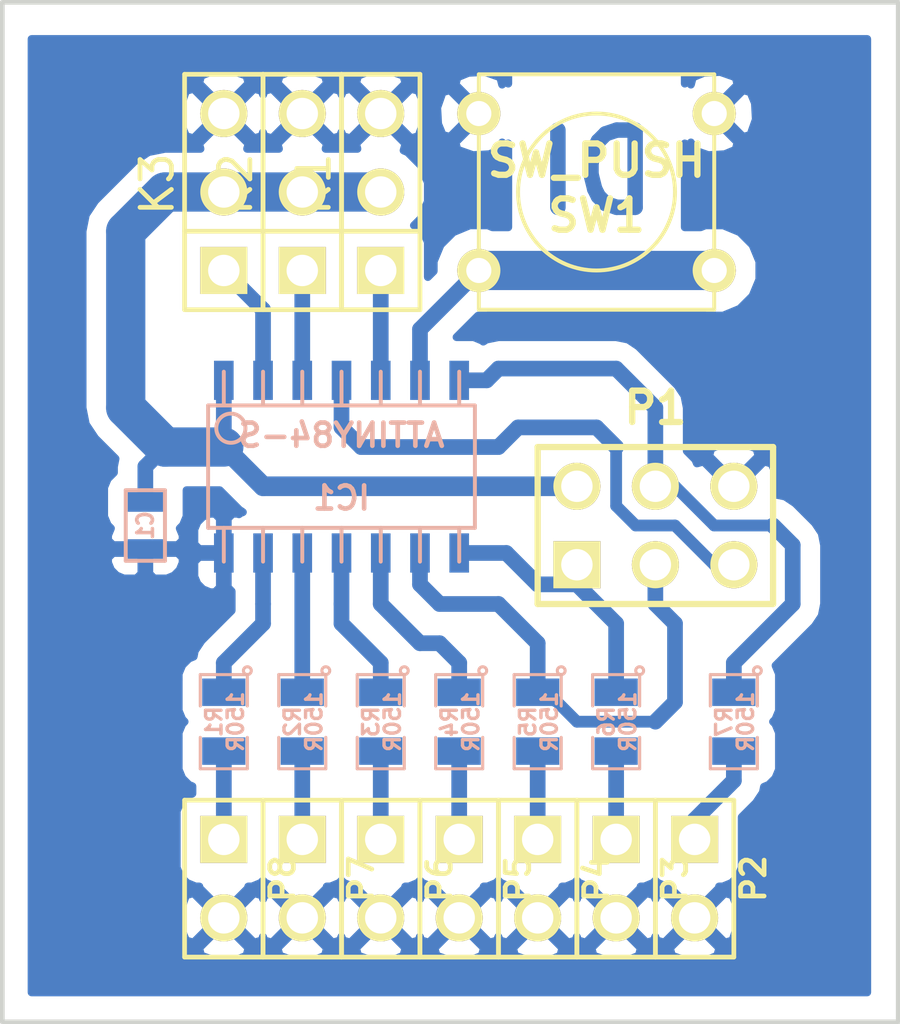
<source format=kicad_pcb>
(kicad_pcb (version 3) (host pcbnew "(2013-jul-07)-stable")

  (general
    (links 42)
    (no_connects 0)
    (area 68.504999 38.024999 330.275001 191.845001)
    (thickness 1.6)
    (drawings 5)
    (tracks 85)
    (zones 0)
    (modules 21)
    (nets 22)
  )

  (page A3)
  (layers
    (15 F.Cu signal)
    (0 B.Cu signal)
    (16 B.Adhes user)
    (17 F.Adhes user)
    (18 B.Paste user)
    (19 F.Paste user)
    (20 B.SilkS user)
    (21 F.SilkS user)
    (22 B.Mask user)
    (23 F.Mask user)
    (24 Dwgs.User user)
    (25 Cmts.User user)
    (26 Eco1.User user)
    (27 Eco2.User user)
    (28 Edge.Cuts user)
  )

  (setup
    (last_trace_width 1.27)
    (user_trace_width 0.381)
    (user_trace_width 0.508)
    (user_trace_width 0.635)
    (user_trace_width 1.27)
    (user_trace_width 2.54)
    (trace_clearance 0.254)
    (zone_clearance 0.635)
    (zone_45_only no)
    (trace_min 0.254)
    (segment_width 0.2)
    (edge_width 0.15)
    (via_size 0.889)
    (via_drill 0.635)
    (via_min_size 0.889)
    (via_min_drill 0.508)
    (uvia_size 0.508)
    (uvia_drill 0.127)
    (uvias_allowed no)
    (uvia_min_size 0.508)
    (uvia_min_drill 0.127)
    (pcb_text_width 0.3)
    (pcb_text_size 1 1)
    (mod_edge_width 0.15)
    (mod_text_size 1 1)
    (mod_text_width 0.15)
    (pad_size 1 1)
    (pad_drill 0.6)
    (pad_to_mask_clearance 0)
    (aux_axis_origin 0 0)
    (visible_elements FFFFFFBF)
    (pcbplotparams
      (layerselection 1)
      (usegerberextensions false)
      (excludeedgelayer false)
      (linewidth 0.150000)
      (plotframeref false)
      (viasonmask false)
      (mode 1)
      (useauxorigin false)
      (hpglpennumber 1)
      (hpglpenspeed 20)
      (hpglpendiameter 15)
      (hpglpenoverlay 2)
      (psnegative false)
      (psa4output false)
      (plotreference true)
      (plotvalue true)
      (plotothertext true)
      (plotinvisibletext false)
      (padsonsilk false)
      (subtractmaskfromsilk false)
      (outputformat 5)
      (mirror false)
      (drillshape 1)
      (scaleselection 1)
      (outputdirectory ""))
  )

  (net 0 "")
  (net 1 +5V)
  (net 2 /MISO)
  (net 3 /MOSI)
  (net 4 /SCK)
  (net 5 GND)
  (net 6 N-0000010)
  (net 7 N-0000011)
  (net 8 N-0000012)
  (net 9 N-0000013)
  (net 10 N-0000014)
  (net 11 N-0000015)
  (net 12 N-0000016)
  (net 13 N-0000017)
  (net 14 N-0000019)
  (net 15 N-000002)
  (net 16 N-000003)
  (net 17 N-000007)
  (net 18 N-000008)
  (net 19 N-000009)
  (net 20 RESET)
  (net 21 button)

  (net_class Default "This is the default net class."
    (clearance 0.254)
    (trace_width 0.254)
    (via_dia 0.889)
    (via_drill 0.635)
    (uvia_dia 0.508)
    (uvia_drill 0.127)
    (add_net "")
    (add_net +5V)
    (add_net /MISO)
    (add_net /MOSI)
    (add_net /SCK)
    (add_net GND)
    (add_net N-0000010)
    (add_net N-0000011)
    (add_net N-0000012)
    (add_net N-0000013)
    (add_net N-0000014)
    (add_net N-0000015)
    (add_net N-0000016)
    (add_net N-0000017)
    (add_net N-0000019)
    (add_net N-000002)
    (add_net N-000003)
    (add_net N-000007)
    (add_net N-000008)
    (add_net N-000009)
    (add_net RESET)
    (add_net button)
  )

  (module so-14 (layer B.Cu) (tedit 48A6BF8F) (tstamp 54797AC6)
    (at 220.98 113.03)
    (descr SO-14)
    (path /5478D24F)
    (fp_text reference IC1 (at 0 1.016) (layer B.SilkS)
      (effects (font (size 0.7493 0.7493) (thickness 0.14986)) (justify mirror))
    )
    (fp_text value ATTINY84-S (at 0 -1.016) (layer B.SilkS)
      (effects (font (size 0.7493 0.7493) (thickness 0.14986)) (justify mirror))
    )
    (fp_line (start -4.318 1.9812) (end -4.318 -1.9812) (layer B.SilkS) (width 0.127))
    (fp_line (start -4.318 -1.9812) (end 4.318 -1.9812) (layer B.SilkS) (width 0.127))
    (fp_line (start 4.318 -1.9812) (end 4.318 1.9812) (layer B.SilkS) (width 0.127))
    (fp_line (start 4.318 1.9812) (end -4.318 1.9812) (layer B.SilkS) (width 0.127))
    (fp_line (start -2.54 1.9812) (end -2.54 3.0734) (layer B.SilkS) (width 0.127))
    (fp_line (start -1.27 1.9812) (end -1.27 3.0734) (layer B.SilkS) (width 0.127))
    (fp_line (start 0 1.9812) (end 0 3.0734) (layer B.SilkS) (width 0.127))
    (fp_line (start -3.81 1.9812) (end -3.81 3.0734) (layer B.SilkS) (width 0.127))
    (fp_line (start 1.27 3.0734) (end 1.27 1.9812) (layer B.SilkS) (width 0.127))
    (fp_line (start 2.54 3.0734) (end 2.54 1.9812) (layer B.SilkS) (width 0.127))
    (fp_line (start 3.81 3.0734) (end 3.81 1.9812) (layer B.SilkS) (width 0.127))
    (fp_line (start 3.81 -1.9812) (end 3.81 -3.0734) (layer B.SilkS) (width 0.127))
    (fp_line (start 2.54 -1.9812) (end 2.54 -3.0734) (layer B.SilkS) (width 0.127))
    (fp_line (start -3.81 -1.9812) (end -3.81 -3.0734) (layer B.SilkS) (width 0.127))
    (fp_line (start -2.54 -3.0734) (end -2.54 -1.9812) (layer B.SilkS) (width 0.127))
    (fp_line (start 1.27 -3.0734) (end 1.27 -1.9812) (layer B.SilkS) (width 0.127))
    (fp_line (start 0 -3.0734) (end 0 -1.9812) (layer B.SilkS) (width 0.127))
    (fp_line (start -1.27 -3.0734) (end -1.27 -1.9812) (layer B.SilkS) (width 0.127))
    (fp_circle (center -3.5814 -1.2446) (end -3.8608 -1.6256) (layer B.SilkS) (width 0.127))
    (pad 1 smd rect (at -3.81 -2.794) (size 0.635 1.27)
      (layers B.Cu B.Paste B.Mask)
      (net 1 +5V)
    )
    (pad 2 smd rect (at -2.54 -2.794) (size 0.635 1.27)
      (layers B.Cu B.Paste B.Mask)
      (net 15 N-000002)
    )
    (pad 3 smd rect (at -1.27 -2.794) (size 0.635 1.27)
      (layers B.Cu B.Paste B.Mask)
      (net 16 N-000003)
    )
    (pad 4 smd rect (at 0 -2.794) (size 0.635 1.27)
      (layers B.Cu B.Paste B.Mask)
      (net 20 RESET)
    )
    (pad 5 smd rect (at 1.27 -2.794) (size 0.635 1.27)
      (layers B.Cu B.Paste B.Mask)
      (net 13 N-0000017)
    )
    (pad 6 smd rect (at 2.54 -2.794) (size 0.635 1.27)
      (layers B.Cu B.Paste B.Mask)
      (net 21 button)
    )
    (pad 7 smd rect (at 3.81 -2.794) (size 0.635 1.27)
      (layers B.Cu B.Paste B.Mask)
      (net 3 /MOSI)
    )
    (pad 8 smd rect (at 3.81 2.794) (size 0.635 1.27)
      (layers B.Cu B.Paste B.Mask)
      (net 2 /MISO)
    )
    (pad 9 smd rect (at 2.54 2.794) (size 0.635 1.27)
      (layers B.Cu B.Paste B.Mask)
      (net 4 /SCK)
    )
    (pad 10 smd rect (at 1.27 2.794) (size 0.635 1.27)
      (layers B.Cu B.Paste B.Mask)
      (net 19 N-000009)
    )
    (pad 11 smd rect (at 0 2.794) (size 0.635 1.27)
      (layers B.Cu B.Paste B.Mask)
      (net 18 N-000008)
    )
    (pad 12 smd rect (at -1.27 2.794) (size 0.635 1.27)
      (layers B.Cu B.Paste B.Mask)
      (net 11 N-0000015)
    )
    (pad 13 smd rect (at -2.54 2.794) (size 0.635 1.27)
      (layers B.Cu B.Paste B.Mask)
      (net 14 N-0000019)
    )
    (pad 14 smd rect (at -3.81 2.794) (size 0.635 1.27)
      (layers B.Cu B.Paste B.Mask)
      (net 5 GND)
    )
    (model smd/smd_dil/so-14.wrl
      (at (xyz 0 0 0))
      (scale (xyz 1 1 1))
      (rotate (xyz 0 0 0))
    )
  )

  (module SM0805   placed (layer B.Cu) (tedit 5091495C) (tstamp 54797AD3)
    (at 217.17 121.285 270)
    (path /5478DE5F)
    (attr smd)
    (fp_text reference R1 (at 0 0.3175 270) (layer B.SilkS)
      (effects (font (size 0.50038 0.50038) (thickness 0.10922)) (justify mirror))
    )
    (fp_text value 150R (at 0 -0.381 270) (layer B.SilkS)
      (effects (font (size 0.50038 0.50038) (thickness 0.10922)) (justify mirror))
    )
    (fp_circle (center -1.651 -0.762) (end -1.651 -0.635) (layer B.SilkS) (width 0.09906))
    (fp_line (start -0.508 -0.762) (end -1.524 -0.762) (layer B.SilkS) (width 0.09906))
    (fp_line (start -1.524 -0.762) (end -1.524 0.762) (layer B.SilkS) (width 0.09906))
    (fp_line (start -1.524 0.762) (end -0.508 0.762) (layer B.SilkS) (width 0.09906))
    (fp_line (start 0.508 0.762) (end 1.524 0.762) (layer B.SilkS) (width 0.09906))
    (fp_line (start 1.524 0.762) (end 1.524 -0.762) (layer B.SilkS) (width 0.09906))
    (fp_line (start 1.524 -0.762) (end 0.508 -0.762) (layer B.SilkS) (width 0.09906))
    (pad 1 smd rect (at -0.9525 0 270) (size 0.889 1.397)
      (layers B.Cu B.Paste B.Mask)
      (net 14 N-0000019)
    )
    (pad 2 smd rect (at 0.9525 0 270) (size 0.889 1.397)
      (layers B.Cu B.Paste B.Mask)
      (net 12 N-0000016)
    )
    (model smd/chip_cms.wrl
      (at (xyz 0 0 0))
      (scale (xyz 0.1 0.1 0.1))
      (rotate (xyz 0 0 0))
    )
  )

  (module SM0805   placed (layer B.Cu) (tedit 5091495C) (tstamp 54797AE0)
    (at 219.71 121.285 270)
    (path /5478DE50)
    (attr smd)
    (fp_text reference R2 (at 0 0.3175 270) (layer B.SilkS)
      (effects (font (size 0.50038 0.50038) (thickness 0.10922)) (justify mirror))
    )
    (fp_text value 150R (at 0 -0.381 270) (layer B.SilkS)
      (effects (font (size 0.50038 0.50038) (thickness 0.10922)) (justify mirror))
    )
    (fp_circle (center -1.651 -0.762) (end -1.651 -0.635) (layer B.SilkS) (width 0.09906))
    (fp_line (start -0.508 -0.762) (end -1.524 -0.762) (layer B.SilkS) (width 0.09906))
    (fp_line (start -1.524 -0.762) (end -1.524 0.762) (layer B.SilkS) (width 0.09906))
    (fp_line (start -1.524 0.762) (end -0.508 0.762) (layer B.SilkS) (width 0.09906))
    (fp_line (start 0.508 0.762) (end 1.524 0.762) (layer B.SilkS) (width 0.09906))
    (fp_line (start 1.524 0.762) (end 1.524 -0.762) (layer B.SilkS) (width 0.09906))
    (fp_line (start 1.524 -0.762) (end 0.508 -0.762) (layer B.SilkS) (width 0.09906))
    (pad 1 smd rect (at -0.9525 0 270) (size 0.889 1.397)
      (layers B.Cu B.Paste B.Mask)
      (net 11 N-0000015)
    )
    (pad 2 smd rect (at 0.9525 0 270) (size 0.889 1.397)
      (layers B.Cu B.Paste B.Mask)
      (net 17 N-000007)
    )
    (model smd/chip_cms.wrl
      (at (xyz 0 0 0))
      (scale (xyz 0.1 0.1 0.1))
      (rotate (xyz 0 0 0))
    )
  )

  (module SM0805 (layer B.Cu) (tedit 5091495C) (tstamp 54797AED)
    (at 222.25 121.285 270)
    (path /5478DE41)
    (attr smd)
    (fp_text reference R3 (at 0 0.3175 270) (layer B.SilkS)
      (effects (font (size 0.50038 0.50038) (thickness 0.10922)) (justify mirror))
    )
    (fp_text value 150R (at 0 -0.381 270) (layer B.SilkS)
      (effects (font (size 0.50038 0.50038) (thickness 0.10922)) (justify mirror))
    )
    (fp_circle (center -1.651 -0.762) (end -1.651 -0.635) (layer B.SilkS) (width 0.09906))
    (fp_line (start -0.508 -0.762) (end -1.524 -0.762) (layer B.SilkS) (width 0.09906))
    (fp_line (start -1.524 -0.762) (end -1.524 0.762) (layer B.SilkS) (width 0.09906))
    (fp_line (start -1.524 0.762) (end -0.508 0.762) (layer B.SilkS) (width 0.09906))
    (fp_line (start 0.508 0.762) (end 1.524 0.762) (layer B.SilkS) (width 0.09906))
    (fp_line (start 1.524 0.762) (end 1.524 -0.762) (layer B.SilkS) (width 0.09906))
    (fp_line (start 1.524 -0.762) (end 0.508 -0.762) (layer B.SilkS) (width 0.09906))
    (pad 1 smd rect (at -0.9525 0 270) (size 0.889 1.397)
      (layers B.Cu B.Paste B.Mask)
      (net 18 N-000008)
    )
    (pad 2 smd rect (at 0.9525 0 270) (size 0.889 1.397)
      (layers B.Cu B.Paste B.Mask)
      (net 10 N-0000014)
    )
    (model smd/chip_cms.wrl
      (at (xyz 0 0 0))
      (scale (xyz 0.1 0.1 0.1))
      (rotate (xyz 0 0 0))
    )
  )

  (module SM0805 (layer B.Cu) (tedit 5091495C) (tstamp 54797AFA)
    (at 224.79 121.285 270)
    (path /5478DE32)
    (attr smd)
    (fp_text reference R4 (at 0 0.3175 270) (layer B.SilkS)
      (effects (font (size 0.50038 0.50038) (thickness 0.10922)) (justify mirror))
    )
    (fp_text value 150R (at 0 -0.381 270) (layer B.SilkS)
      (effects (font (size 0.50038 0.50038) (thickness 0.10922)) (justify mirror))
    )
    (fp_circle (center -1.651 -0.762) (end -1.651 -0.635) (layer B.SilkS) (width 0.09906))
    (fp_line (start -0.508 -0.762) (end -1.524 -0.762) (layer B.SilkS) (width 0.09906))
    (fp_line (start -1.524 -0.762) (end -1.524 0.762) (layer B.SilkS) (width 0.09906))
    (fp_line (start -1.524 0.762) (end -0.508 0.762) (layer B.SilkS) (width 0.09906))
    (fp_line (start 0.508 0.762) (end 1.524 0.762) (layer B.SilkS) (width 0.09906))
    (fp_line (start 1.524 0.762) (end 1.524 -0.762) (layer B.SilkS) (width 0.09906))
    (fp_line (start 1.524 -0.762) (end 0.508 -0.762) (layer B.SilkS) (width 0.09906))
    (pad 1 smd rect (at -0.9525 0 270) (size 0.889 1.397)
      (layers B.Cu B.Paste B.Mask)
      (net 19 N-000009)
    )
    (pad 2 smd rect (at 0.9525 0 270) (size 0.889 1.397)
      (layers B.Cu B.Paste B.Mask)
      (net 9 N-0000013)
    )
    (model smd/chip_cms.wrl
      (at (xyz 0 0 0))
      (scale (xyz 0.1 0.1 0.1))
      (rotate (xyz 0 0 0))
    )
  )

  (module SM0805 (layer B.Cu) (tedit 54797C28) (tstamp 54797B07)
    (at 227.33 121.285 270)
    (path /5478DE23)
    (attr smd)
    (fp_text reference R5 (at 0 0.3175 270) (layer B.SilkS)
      (effects (font (size 0.50038 0.50038) (thickness 0.10922)) (justify mirror))
    )
    (fp_text value 150R (at 0 -0.381 270) (layer B.SilkS)
      (effects (font (size 0.50038 0.50038) (thickness 0.10922)) (justify mirror))
    )
    (fp_circle (center -1.651 -0.762) (end -1.651 -0.635) (layer B.SilkS) (width 0.09906))
    (fp_line (start -0.508 -0.762) (end -1.524 -0.762) (layer B.SilkS) (width 0.09906))
    (fp_line (start -1.524 -0.762) (end -1.524 0.762) (layer B.SilkS) (width 0.09906))
    (fp_line (start -1.524 0.762) (end -0.508 0.762) (layer B.SilkS) (width 0.09906))
    (fp_line (start 0.508 0.762) (end 1.524 0.762) (layer B.SilkS) (width 0.09906))
    (fp_line (start 1.524 0.762) (end 1.524 -0.762) (layer B.SilkS) (width 0.09906))
    (fp_line (start 1.524 -0.762) (end 0.508 -0.762) (layer B.SilkS) (width 0.09906))
    (pad 1 smd rect (at -0.9525 0 270) (size 0.889 1.397)
      (layers B.Cu B.Paste B.Mask)
      (net 4 /SCK)
    )
    (pad 2 smd rect (at 0.9525 0 270) (size 0.889 1.397)
      (layers B.Cu B.Paste B.Mask)
      (net 8 N-0000012)
    )
    (model smd/chip_cms.wrl
      (at (xyz 0 0 0))
      (scale (xyz 0.1 0.1 0.1))
      (rotate (xyz 0 0 0))
    )
  )

  (module SM0805 (layer B.Cu) (tedit 5091495C) (tstamp 54798C24)
    (at 229.87 121.285 270)
    (path /5478DE14)
    (attr smd)
    (fp_text reference R6 (at 0 0.3175 270) (layer B.SilkS)
      (effects (font (size 0.50038 0.50038) (thickness 0.10922)) (justify mirror))
    )
    (fp_text value 150R (at 0 -0.381 270) (layer B.SilkS)
      (effects (font (size 0.50038 0.50038) (thickness 0.10922)) (justify mirror))
    )
    (fp_circle (center -1.651 -0.762) (end -1.651 -0.635) (layer B.SilkS) (width 0.09906))
    (fp_line (start -0.508 -0.762) (end -1.524 -0.762) (layer B.SilkS) (width 0.09906))
    (fp_line (start -1.524 -0.762) (end -1.524 0.762) (layer B.SilkS) (width 0.09906))
    (fp_line (start -1.524 0.762) (end -0.508 0.762) (layer B.SilkS) (width 0.09906))
    (fp_line (start 0.508 0.762) (end 1.524 0.762) (layer B.SilkS) (width 0.09906))
    (fp_line (start 1.524 0.762) (end 1.524 -0.762) (layer B.SilkS) (width 0.09906))
    (fp_line (start 1.524 -0.762) (end 0.508 -0.762) (layer B.SilkS) (width 0.09906))
    (pad 1 smd rect (at -0.9525 0 270) (size 0.889 1.397)
      (layers B.Cu B.Paste B.Mask)
      (net 2 /MISO)
    )
    (pad 2 smd rect (at 0.9525 0 270) (size 0.889 1.397)
      (layers B.Cu B.Paste B.Mask)
      (net 7 N-0000011)
    )
    (model smd/chip_cms.wrl
      (at (xyz 0 0 0))
      (scale (xyz 0.1 0.1 0.1))
      (rotate (xyz 0 0 0))
    )
  )

  (module SM0805 (layer B.Cu) (tedit 5091495C) (tstamp 54797B21)
    (at 233.68 121.285 270)
    (path /5478DDDA)
    (attr smd)
    (fp_text reference R7 (at 0 0.3175 270) (layer B.SilkS)
      (effects (font (size 0.50038 0.50038) (thickness 0.10922)) (justify mirror))
    )
    (fp_text value 150R (at 0 -0.381 270) (layer B.SilkS)
      (effects (font (size 0.50038 0.50038) (thickness 0.10922)) (justify mirror))
    )
    (fp_circle (center -1.651 -0.762) (end -1.651 -0.635) (layer B.SilkS) (width 0.09906))
    (fp_line (start -0.508 -0.762) (end -1.524 -0.762) (layer B.SilkS) (width 0.09906))
    (fp_line (start -1.524 -0.762) (end -1.524 0.762) (layer B.SilkS) (width 0.09906))
    (fp_line (start -1.524 0.762) (end -0.508 0.762) (layer B.SilkS) (width 0.09906))
    (fp_line (start 0.508 0.762) (end 1.524 0.762) (layer B.SilkS) (width 0.09906))
    (fp_line (start 1.524 0.762) (end 1.524 -0.762) (layer B.SilkS) (width 0.09906))
    (fp_line (start 1.524 -0.762) (end 0.508 -0.762) (layer B.SilkS) (width 0.09906))
    (pad 1 smd rect (at -0.9525 0 270) (size 0.889 1.397)
      (layers B.Cu B.Paste B.Mask)
      (net 3 /MOSI)
    )
    (pad 2 smd rect (at 0.9525 0 270) (size 0.889 1.397)
      (layers B.Cu B.Paste B.Mask)
      (net 6 N-0000010)
    )
    (model smd/chip_cms.wrl
      (at (xyz 0 0 0))
      (scale (xyz 0.1 0.1 0.1))
      (rotate (xyz 0 0 0))
    )
  )

  (module pin_array_3x2   placed (layer F.Cu) (tedit 42931587) (tstamp 54797B2F)
    (at 231.14 114.935)
    (descr "Double rangee de contacts 2 x 4 pins")
    (tags CONN)
    (path /5478D942)
    (fp_text reference P1 (at 0 -3.81) (layer F.SilkS)
      (effects (font (size 1.016 1.016) (thickness 0.2032)))
    )
    (fp_text value CONN_3X2 (at 0 3.81) (layer F.SilkS) hide
      (effects (font (size 1.016 1.016) (thickness 0.2032)))
    )
    (fp_line (start 3.81 2.54) (end -3.81 2.54) (layer F.SilkS) (width 0.2032))
    (fp_line (start -3.81 -2.54) (end 3.81 -2.54) (layer F.SilkS) (width 0.2032))
    (fp_line (start 3.81 -2.54) (end 3.81 2.54) (layer F.SilkS) (width 0.2032))
    (fp_line (start -3.81 2.54) (end -3.81 -2.54) (layer F.SilkS) (width 0.2032))
    (pad 1 thru_hole rect (at -2.54 1.27) (size 1.524 1.524) (drill 1.016)
      (layers *.Cu *.Mask F.SilkS)
      (net 2 /MISO)
    )
    (pad 2 thru_hole circle (at -2.54 -1.27) (size 1.524 1.524) (drill 1.016)
      (layers *.Cu *.Mask F.SilkS)
      (net 1 +5V)
    )
    (pad 3 thru_hole circle (at 0 1.27) (size 1.524 1.524) (drill 1.016)
      (layers *.Cu *.Mask F.SilkS)
      (net 4 /SCK)
    )
    (pad 4 thru_hole circle (at 0 -1.27) (size 1.524 1.524) (drill 1.016)
      (layers *.Cu *.Mask F.SilkS)
      (net 3 /MOSI)
    )
    (pad 5 thru_hole circle (at 2.54 1.27) (size 1.524 1.524) (drill 1.016)
      (layers *.Cu *.Mask F.SilkS)
      (net 20 RESET)
    )
    (pad 6 thru_hole circle (at 2.54 -1.27) (size 1.524 1.524) (drill 1.016)
      (layers *.Cu *.Mask F.SilkS)
      (net 5 GND)
    )
    (model pin_array/pins_array_3x2.wrl
      (at (xyz 0 0 0))
      (scale (xyz 1 1 1))
      (rotate (xyz 0 0 0))
    )
  )

  (module PIN_ARRAY_3X1   placed (layer F.Cu) (tedit 4C1130E0) (tstamp 54797B3B)
    (at 222.25 104.14 90)
    (descr "Connecteur 3 pins")
    (tags "CONN DEV")
    (path /5478D28A)
    (fp_text reference K1 (at 0.254 -2.159 90) (layer F.SilkS)
      (effects (font (size 1.016 1.016) (thickness 0.1524)))
    )
    (fp_text value CONN_3 (at 0 -2.159 90) (layer F.SilkS) hide
      (effects (font (size 1.016 1.016) (thickness 0.1524)))
    )
    (fp_line (start -3.81 1.27) (end -3.81 -1.27) (layer F.SilkS) (width 0.1524))
    (fp_line (start -3.81 -1.27) (end 3.81 -1.27) (layer F.SilkS) (width 0.1524))
    (fp_line (start 3.81 -1.27) (end 3.81 1.27) (layer F.SilkS) (width 0.1524))
    (fp_line (start 3.81 1.27) (end -3.81 1.27) (layer F.SilkS) (width 0.1524))
    (fp_line (start -1.27 -1.27) (end -1.27 1.27) (layer F.SilkS) (width 0.1524))
    (pad 1 thru_hole rect (at -2.54 0 90) (size 1.524 1.524) (drill 1.016)
      (layers *.Cu *.Mask F.SilkS)
      (net 13 N-0000017)
    )
    (pad 2 thru_hole circle (at 0 0 90) (size 1.524 1.524) (drill 1.016)
      (layers *.Cu *.Mask F.SilkS)
      (net 1 +5V)
    )
    (pad 3 thru_hole circle (at 2.54 0 90) (size 1.524 1.524) (drill 1.016)
      (layers *.Cu *.Mask F.SilkS)
      (net 5 GND)
    )
    (model pin_array/pins_array_3x1.wrl
      (at (xyz 0 0 0))
      (scale (xyz 1 1 1))
      (rotate (xyz 0 0 0))
    )
  )

  (module PIN_ARRAY_3X1 (layer F.Cu) (tedit 4C1130E0) (tstamp 54797B47)
    (at 217.17 104.14 90)
    (descr "Connecteur 3 pins")
    (tags "CONN DEV")
    (path /5478D4D0)
    (fp_text reference K3 (at 0.254 -2.159 90) (layer F.SilkS)
      (effects (font (size 1.016 1.016) (thickness 0.1524)))
    )
    (fp_text value CONN_3 (at 0 -2.159 90) (layer F.SilkS) hide
      (effects (font (size 1.016 1.016) (thickness 0.1524)))
    )
    (fp_line (start -3.81 1.27) (end -3.81 -1.27) (layer F.SilkS) (width 0.1524))
    (fp_line (start -3.81 -1.27) (end 3.81 -1.27) (layer F.SilkS) (width 0.1524))
    (fp_line (start 3.81 -1.27) (end 3.81 1.27) (layer F.SilkS) (width 0.1524))
    (fp_line (start 3.81 1.27) (end -3.81 1.27) (layer F.SilkS) (width 0.1524))
    (fp_line (start -1.27 -1.27) (end -1.27 1.27) (layer F.SilkS) (width 0.1524))
    (pad 1 thru_hole rect (at -2.54 0 90) (size 1.524 1.524) (drill 1.016)
      (layers *.Cu *.Mask F.SilkS)
      (net 15 N-000002)
    )
    (pad 2 thru_hole circle (at 0 0 90) (size 1.524 1.524) (drill 1.016)
      (layers *.Cu *.Mask F.SilkS)
      (net 1 +5V)
    )
    (pad 3 thru_hole circle (at 2.54 0 90) (size 1.524 1.524) (drill 1.016)
      (layers *.Cu *.Mask F.SilkS)
      (net 5 GND)
    )
    (model pin_array/pins_array_3x1.wrl
      (at (xyz 0 0 0))
      (scale (xyz 1 1 1))
      (rotate (xyz 0 0 0))
    )
  )

  (module PIN_ARRAY_3X1 (layer F.Cu) (tedit 4C1130E0) (tstamp 54797B53)
    (at 219.71 104.14 90)
    (descr "Connecteur 3 pins")
    (tags "CONN DEV")
    (path /5478D49E)
    (fp_text reference K2 (at 0.254 -2.159 90) (layer F.SilkS)
      (effects (font (size 1.016 1.016) (thickness 0.1524)))
    )
    (fp_text value CONN_3 (at 0 -2.159 90) (layer F.SilkS) hide
      (effects (font (size 1.016 1.016) (thickness 0.1524)))
    )
    (fp_line (start -3.81 1.27) (end -3.81 -1.27) (layer F.SilkS) (width 0.1524))
    (fp_line (start -3.81 -1.27) (end 3.81 -1.27) (layer F.SilkS) (width 0.1524))
    (fp_line (start 3.81 -1.27) (end 3.81 1.27) (layer F.SilkS) (width 0.1524))
    (fp_line (start 3.81 1.27) (end -3.81 1.27) (layer F.SilkS) (width 0.1524))
    (fp_line (start -1.27 -1.27) (end -1.27 1.27) (layer F.SilkS) (width 0.1524))
    (pad 1 thru_hole rect (at -2.54 0 90) (size 1.524 1.524) (drill 1.016)
      (layers *.Cu *.Mask F.SilkS)
      (net 16 N-000003)
    )
    (pad 2 thru_hole circle (at 0 0 90) (size 1.524 1.524) (drill 1.016)
      (layers *.Cu *.Mask F.SilkS)
      (net 1 +5V)
    )
    (pad 3 thru_hole circle (at 2.54 0 90) (size 1.524 1.524) (drill 1.016)
      (layers *.Cu *.Mask F.SilkS)
      (net 5 GND)
    )
    (model pin_array/pins_array_3x1.wrl
      (at (xyz 0 0 0))
      (scale (xyz 1 1 1))
      (rotate (xyz 0 0 0))
    )
  )

  (module PIN_ARRAY_2X1 (layer F.Cu) (tedit 4565C520) (tstamp 54797B5D)
    (at 217.17 126.365 270)
    (descr "Connecteurs 2 pins")
    (tags "CONN DEV")
    (path /5478D6D1)
    (fp_text reference P8 (at 0 -1.905 270) (layer F.SilkS)
      (effects (font (size 0.762 0.762) (thickness 0.1524)))
    )
    (fp_text value CONN_2 (at 0 -1.905 270) (layer F.SilkS) hide
      (effects (font (size 0.762 0.762) (thickness 0.1524)))
    )
    (fp_line (start -2.54 1.27) (end -2.54 -1.27) (layer F.SilkS) (width 0.1524))
    (fp_line (start -2.54 -1.27) (end 2.54 -1.27) (layer F.SilkS) (width 0.1524))
    (fp_line (start 2.54 -1.27) (end 2.54 1.27) (layer F.SilkS) (width 0.1524))
    (fp_line (start 2.54 1.27) (end -2.54 1.27) (layer F.SilkS) (width 0.1524))
    (pad 1 thru_hole rect (at -1.27 0 270) (size 1.524 1.524) (drill 1.016)
      (layers *.Cu *.Mask F.SilkS)
      (net 12 N-0000016)
    )
    (pad 2 thru_hole circle (at 1.27 0 270) (size 1.524 1.524) (drill 1.016)
      (layers *.Cu *.Mask F.SilkS)
      (net 5 GND)
    )
    (model pin_array/pins_array_2x1.wrl
      (at (xyz 0 0 0))
      (scale (xyz 1 1 1))
      (rotate (xyz 0 0 0))
    )
  )

  (module PIN_ARRAY_2X1 (layer F.Cu) (tedit 4565C520) (tstamp 54797B67)
    (at 219.71 126.365 270)
    (descr "Connecteurs 2 pins")
    (tags "CONN DEV")
    (path /5478D69E)
    (fp_text reference P7 (at 0 -1.905 270) (layer F.SilkS)
      (effects (font (size 0.762 0.762) (thickness 0.1524)))
    )
    (fp_text value CONN_2 (at 0 -1.905 270) (layer F.SilkS) hide
      (effects (font (size 0.762 0.762) (thickness 0.1524)))
    )
    (fp_line (start -2.54 1.27) (end -2.54 -1.27) (layer F.SilkS) (width 0.1524))
    (fp_line (start -2.54 -1.27) (end 2.54 -1.27) (layer F.SilkS) (width 0.1524))
    (fp_line (start 2.54 -1.27) (end 2.54 1.27) (layer F.SilkS) (width 0.1524))
    (fp_line (start 2.54 1.27) (end -2.54 1.27) (layer F.SilkS) (width 0.1524))
    (pad 1 thru_hole rect (at -1.27 0 270) (size 1.524 1.524) (drill 1.016)
      (layers *.Cu *.Mask F.SilkS)
      (net 17 N-000007)
    )
    (pad 2 thru_hole circle (at 1.27 0 270) (size 1.524 1.524) (drill 1.016)
      (layers *.Cu *.Mask F.SilkS)
      (net 5 GND)
    )
    (model pin_array/pins_array_2x1.wrl
      (at (xyz 0 0 0))
      (scale (xyz 1 1 1))
      (rotate (xyz 0 0 0))
    )
  )

  (module PIN_ARRAY_2X1 (layer F.Cu) (tedit 4565C520) (tstamp 54797B71)
    (at 222.25 126.365 270)
    (descr "Connecteurs 2 pins")
    (tags "CONN DEV")
    (path /5478D64C)
    (fp_text reference P6 (at 0 -1.905 270) (layer F.SilkS)
      (effects (font (size 0.762 0.762) (thickness 0.1524)))
    )
    (fp_text value CONN_2 (at 0 -1.905 270) (layer F.SilkS) hide
      (effects (font (size 0.762 0.762) (thickness 0.1524)))
    )
    (fp_line (start -2.54 1.27) (end -2.54 -1.27) (layer F.SilkS) (width 0.1524))
    (fp_line (start -2.54 -1.27) (end 2.54 -1.27) (layer F.SilkS) (width 0.1524))
    (fp_line (start 2.54 -1.27) (end 2.54 1.27) (layer F.SilkS) (width 0.1524))
    (fp_line (start 2.54 1.27) (end -2.54 1.27) (layer F.SilkS) (width 0.1524))
    (pad 1 thru_hole rect (at -1.27 0 270) (size 1.524 1.524) (drill 1.016)
      (layers *.Cu *.Mask F.SilkS)
      (net 10 N-0000014)
    )
    (pad 2 thru_hole circle (at 1.27 0 270) (size 1.524 1.524) (drill 1.016)
      (layers *.Cu *.Mask F.SilkS)
      (net 5 GND)
    )
    (model pin_array/pins_array_2x1.wrl
      (at (xyz 0 0 0))
      (scale (xyz 1 1 1))
      (rotate (xyz 0 0 0))
    )
  )

  (module PIN_ARRAY_2X1 (layer F.Cu) (tedit 4565C520) (tstamp 54797B7B)
    (at 224.79 126.365 270)
    (descr "Connecteurs 2 pins")
    (tags "CONN DEV")
    (path /5478D61F)
    (fp_text reference P5 (at 0 -1.905 270) (layer F.SilkS)
      (effects (font (size 0.762 0.762) (thickness 0.1524)))
    )
    (fp_text value CONN_2 (at 0 -1.905 270) (layer F.SilkS) hide
      (effects (font (size 0.762 0.762) (thickness 0.1524)))
    )
    (fp_line (start -2.54 1.27) (end -2.54 -1.27) (layer F.SilkS) (width 0.1524))
    (fp_line (start -2.54 -1.27) (end 2.54 -1.27) (layer F.SilkS) (width 0.1524))
    (fp_line (start 2.54 -1.27) (end 2.54 1.27) (layer F.SilkS) (width 0.1524))
    (fp_line (start 2.54 1.27) (end -2.54 1.27) (layer F.SilkS) (width 0.1524))
    (pad 1 thru_hole rect (at -1.27 0 270) (size 1.524 1.524) (drill 1.016)
      (layers *.Cu *.Mask F.SilkS)
      (net 9 N-0000013)
    )
    (pad 2 thru_hole circle (at 1.27 0 270) (size 1.524 1.524) (drill 1.016)
      (layers *.Cu *.Mask F.SilkS)
      (net 5 GND)
    )
    (model pin_array/pins_array_2x1.wrl
      (at (xyz 0 0 0))
      (scale (xyz 1 1 1))
      (rotate (xyz 0 0 0))
    )
  )

  (module PIN_ARRAY_2X1 (layer F.Cu) (tedit 4565C520) (tstamp 54797B85)
    (at 227.33 126.365 270)
    (descr "Connecteurs 2 pins")
    (tags "CONN DEV")
    (path /5478D5F5)
    (fp_text reference P4 (at 0 -1.905 270) (layer F.SilkS)
      (effects (font (size 0.762 0.762) (thickness 0.1524)))
    )
    (fp_text value CONN_2 (at 0 -1.905 270) (layer F.SilkS) hide
      (effects (font (size 0.762 0.762) (thickness 0.1524)))
    )
    (fp_line (start -2.54 1.27) (end -2.54 -1.27) (layer F.SilkS) (width 0.1524))
    (fp_line (start -2.54 -1.27) (end 2.54 -1.27) (layer F.SilkS) (width 0.1524))
    (fp_line (start 2.54 -1.27) (end 2.54 1.27) (layer F.SilkS) (width 0.1524))
    (fp_line (start 2.54 1.27) (end -2.54 1.27) (layer F.SilkS) (width 0.1524))
    (pad 1 thru_hole rect (at -1.27 0 270) (size 1.524 1.524) (drill 1.016)
      (layers *.Cu *.Mask F.SilkS)
      (net 8 N-0000012)
    )
    (pad 2 thru_hole circle (at 1.27 0 270) (size 1.524 1.524) (drill 1.016)
      (layers *.Cu *.Mask F.SilkS)
      (net 5 GND)
    )
    (model pin_array/pins_array_2x1.wrl
      (at (xyz 0 0 0))
      (scale (xyz 1 1 1))
      (rotate (xyz 0 0 0))
    )
  )

  (module PIN_ARRAY_2X1 (layer F.Cu) (tedit 4565C520) (tstamp 54797B8F)
    (at 229.87 126.365 270)
    (descr "Connecteurs 2 pins")
    (tags "CONN DEV")
    (path /5478D5CE)
    (fp_text reference P3 (at 0 -1.905 270) (layer F.SilkS)
      (effects (font (size 0.762 0.762) (thickness 0.1524)))
    )
    (fp_text value CONN_2 (at 0 -1.905 270) (layer F.SilkS) hide
      (effects (font (size 0.762 0.762) (thickness 0.1524)))
    )
    (fp_line (start -2.54 1.27) (end -2.54 -1.27) (layer F.SilkS) (width 0.1524))
    (fp_line (start -2.54 -1.27) (end 2.54 -1.27) (layer F.SilkS) (width 0.1524))
    (fp_line (start 2.54 -1.27) (end 2.54 1.27) (layer F.SilkS) (width 0.1524))
    (fp_line (start 2.54 1.27) (end -2.54 1.27) (layer F.SilkS) (width 0.1524))
    (pad 1 thru_hole rect (at -1.27 0 270) (size 1.524 1.524) (drill 1.016)
      (layers *.Cu *.Mask F.SilkS)
      (net 7 N-0000011)
    )
    (pad 2 thru_hole circle (at 1.27 0 270) (size 1.524 1.524) (drill 1.016)
      (layers *.Cu *.Mask F.SilkS)
      (net 5 GND)
    )
    (model pin_array/pins_array_2x1.wrl
      (at (xyz 0 0 0))
      (scale (xyz 1 1 1))
      (rotate (xyz 0 0 0))
    )
  )

  (module PIN_ARRAY_2X1 (layer F.Cu) (tedit 4565C520) (tstamp 54797B99)
    (at 232.41 126.365 270)
    (descr "Connecteurs 2 pins")
    (tags "CONN DEV")
    (path /5478D54D)
    (fp_text reference P2 (at 0 -1.905 270) (layer F.SilkS)
      (effects (font (size 0.762 0.762) (thickness 0.1524)))
    )
    (fp_text value CONN_2 (at 0 -1.905 270) (layer F.SilkS) hide
      (effects (font (size 0.762 0.762) (thickness 0.1524)))
    )
    (fp_line (start -2.54 1.27) (end -2.54 -1.27) (layer F.SilkS) (width 0.1524))
    (fp_line (start -2.54 -1.27) (end 2.54 -1.27) (layer F.SilkS) (width 0.1524))
    (fp_line (start 2.54 -1.27) (end 2.54 1.27) (layer F.SilkS) (width 0.1524))
    (fp_line (start 2.54 1.27) (end -2.54 1.27) (layer F.SilkS) (width 0.1524))
    (pad 1 thru_hole rect (at -1.27 0 270) (size 1.524 1.524) (drill 1.016)
      (layers *.Cu *.Mask F.SilkS)
      (net 6 N-0000010)
    )
    (pad 2 thru_hole circle (at 1.27 0 270) (size 1.524 1.524) (drill 1.016)
      (layers *.Cu *.Mask F.SilkS)
      (net 5 GND)
    )
    (model pin_array/pins_array_2x1.wrl
      (at (xyz 0 0 0))
      (scale (xyz 1 1 1))
      (rotate (xyz 0 0 0))
    )
  )

  (module SM0603 (layer B.Cu) (tedit 54798EC1) (tstamp 54798EA6)
    (at 214.63 114.935 270)
    (path /54798E44)
    (attr smd)
    (fp_text reference C1 (at 0 0 270) (layer B.SilkS)
      (effects (font (size 0.508 0.4572) (thickness 0.1143)) (justify mirror))
    )
    (fp_text value C (at 0 0 270) (layer B.SilkS) hide
      (effects (font (size 0.508 0.4572) (thickness 0.1143)) (justify mirror))
    )
    (fp_line (start -1.143 0.635) (end 1.143 0.635) (layer B.SilkS) (width 0.127))
    (fp_line (start 1.143 0.635) (end 1.143 -0.635) (layer B.SilkS) (width 0.127))
    (fp_line (start 1.143 -0.635) (end -1.143 -0.635) (layer B.SilkS) (width 0.127))
    (fp_line (start -1.143 -0.635) (end -1.143 0.635) (layer B.SilkS) (width 0.127))
    (pad 1 smd rect (at -0.762 0 270) (size 0.635 1.143)
      (layers B.Cu B.Paste B.Mask)
      (net 1 +5V)
    )
    (pad 2 smd rect (at 0.762 0 270) (size 0.635 1.143)
      (layers B.Cu B.Paste B.Mask)
      (net 5 GND)
    )
    (model smd\resistors\R0603.wrl
      (at (xyz 0 0 0.001))
      (scale (xyz 0.5 0.5 0.5))
      (rotate (xyz 0 0 0))
    )
  )

  (module SW_PUSH_SMALL (layer F.Cu) (tedit 46544DB3) (tstamp 54797AA1)
    (at 229.235 104.14 180)
    (path /5478D757)
    (fp_text reference SW1 (at 0 -0.762 180) (layer F.SilkS)
      (effects (font (size 1.016 1.016) (thickness 0.2032)))
    )
    (fp_text value SW_PUSH (at 0 1.016 180) (layer F.SilkS)
      (effects (font (size 1.016 1.016) (thickness 0.2032)))
    )
    (fp_circle (center 0 0) (end 0 -2.54) (layer F.SilkS) (width 0.127))
    (fp_line (start -3.81 -3.81) (end 3.81 -3.81) (layer F.SilkS) (width 0.127))
    (fp_line (start 3.81 -3.81) (end 3.81 3.81) (layer F.SilkS) (width 0.127))
    (fp_line (start 3.81 3.81) (end -3.81 3.81) (layer F.SilkS) (width 0.127))
    (fp_line (start -3.81 -3.81) (end -3.81 3.81) (layer F.SilkS) (width 0.127))
    (pad 1 thru_hole circle (at 3.81 -2.54 180) (size 1.397 1.397) (drill 0.8128)
      (layers *.Cu *.Mask F.SilkS)
      (net 21 button)
    )
    (pad 2 thru_hole circle (at 3.81 2.54 180) (size 1.397 1.397) (drill 0.8128)
      (layers *.Cu *.Mask F.SilkS)
      (net 5 GND)
    )
    (pad 1 thru_hole circle (at -3.81 -2.54 180) (size 1.397 1.397) (drill 0.8128)
      (layers *.Cu *.Mask F.SilkS)
      (net 21 button)
    )
    (pad 2 thru_hole circle (at -3.81 2.54 180) (size 1.397 1.397) (drill 0.8128)
      (layers *.Cu *.Mask F.SilkS)
      (net 5 GND)
    )
  )

  (gr_line (start 210 131) (end 210 98) (angle 90) (layer Edge.Cuts) (width 0.15))
  (gr_line (start 239 131) (end 210 131) (angle 90) (layer Edge.Cuts) (width 0.15))
  (gr_line (start 239 98) (end 239 131) (angle 90) (layer Edge.Cuts) (width 0.15))
  (gr_line (start 210 98) (end 239 98) (angle 90) (layer Edge.Cuts) (width 0.15))
  (gr_text DI (at 229.235 103.505) (layer B.Cu)
    (effects (font (size 2.5 2.5) (thickness 0.5)) (justify mirror))
  )

  (segment (start 228.6 113.665) (end 218.44 113.665) (width 0.635) (layer B.Cu) (net 1))
  (segment (start 218.44 113.665) (end 217.17 112.395) (width 0.635) (layer B.Cu) (net 1) (tstamp 54798FA5))
  (segment (start 217.17 110.236) (end 217.17 112.395) (width 0.508) (layer B.Cu) (net 1))
  (segment (start 217.17 112.395) (end 215.265 112.395) (width 1.27) (layer B.Cu) (net 1))
  (segment (start 214.63 114.173) (end 214.63 113.03) (width 0.508) (layer B.Cu) (net 1) (status 10))
  (segment (start 214.63 113.03) (end 215.265 112.395) (width 0.508) (layer B.Cu) (net 1) (tstamp 54798F3D))
  (segment (start 213.995 105.41) (end 213.995 111.125) (width 1.27) (layer B.Cu) (net 1))
  (segment (start 215.265 104.14) (end 213.995 105.41) (width 1.27) (layer B.Cu) (net 1) (tstamp 54798F1F))
  (segment (start 217.17 104.14) (end 215.265 104.14) (width 1.27) (layer B.Cu) (net 1) (status 10))
  (segment (start 215.265 112.395) (end 215.265 112.395) (width 1.27) (layer B.Cu) (net 1) (tstamp 54798F23))
  (segment (start 213.995 111.125) (end 215.265 112.395) (width 1.27) (layer B.Cu) (net 1) (tstamp 54798F22))
  (segment (start 219.71 104.14) (end 217.17 104.14) (width 1.27) (layer B.Cu) (net 1) (status 20))
  (segment (start 222.25 104.14) (end 219.71 104.14) (width 1.27) (layer B.Cu) (net 1) (status 20))
  (segment (start 229.87 120.3325) (end 229.87 118.11) (width 0.508) (layer B.Cu) (net 2) (status 10))
  (segment (start 229.87 118.11) (end 228.6 116.84) (width 0.508) (layer B.Cu) (net 2) (tstamp 54798B1C))
  (segment (start 228.6 116.205) (end 228.6 116.84) (width 0.508) (layer B.Cu) (net 2) (status 10))
  (segment (start 224.79 115.824) (end 226.314 115.824) (width 0.508) (layer B.Cu) (net 2))
  (segment (start 227.33 116.84) (end 228.6 116.84) (width 0.508) (layer B.Cu) (net 2) (tstamp 547987C0))
  (segment (start 226.314 115.824) (end 227.33 116.84) (width 0.508) (layer B.Cu) (net 2) (tstamp 547987BD))
  (segment (start 234.95 114.935) (end 233.045 114.935) (width 0.381) (layer B.Cu) (net 3))
  (segment (start 233.68 119.38) (end 235.585 117.475) (width 0.508) (layer B.Cu) (net 3) (tstamp 54798FBD))
  (segment (start 235.585 117.475) (end 235.585 115.57) (width 0.508) (layer B.Cu) (net 3) (tstamp 54798FC2))
  (segment (start 235.585 115.57) (end 234.95 114.935) (width 0.508) (layer B.Cu) (net 3) (tstamp 54798FC7))
  (segment (start 233.68 120.3325) (end 233.68 119.38) (width 0.508) (layer B.Cu) (net 3))
  (segment (start 231.775 113.665) (end 231.14 113.665) (width 0.381) (layer B.Cu) (net 3) (tstamp 54798FDB))
  (segment (start 233.045 114.935) (end 231.775 113.665) (width 0.381) (layer B.Cu) (net 3) (tstamp 54798FD7))
  (segment (start 224.79 110.236) (end 225.679 110.236) (width 0.508) (layer B.Cu) (net 3))
  (segment (start 231.14 111.125) (end 231.14 113.665) (width 0.508) (layer B.Cu) (net 3) (tstamp 54798B51) (status 20))
  (segment (start 229.87 109.855) (end 231.14 111.125) (width 0.508) (layer B.Cu) (net 3) (tstamp 54798B50))
  (segment (start 226.06 109.855) (end 229.87 109.855) (width 0.508) (layer B.Cu) (net 3) (tstamp 54798B4C))
  (segment (start 225.679 110.236) (end 226.06 109.855) (width 0.508) (layer B.Cu) (net 3) (tstamp 54798B4A))
  (segment (start 231.14 121.285) (end 228.6 121.285) (width 0.381) (layer B.Cu) (net 4))
  (segment (start 231.14 116.205) (end 231.14 117.475) (width 0.508) (layer B.Cu) (net 4) (status 10))
  (segment (start 231.775 118.11) (end 231.775 120.65) (width 0.508) (layer B.Cu) (net 4) (tstamp 54798C44))
  (segment (start 231.14 117.475) (end 231.775 118.11) (width 0.508) (layer B.Cu) (net 4) (tstamp 54798C43))
  (segment (start 231.14 121.285) (end 231.775 120.65) (width 0.508) (layer B.Cu) (net 4))
  (segment (start 227.965 120.65) (end 227.33 120.3325) (width 0.381) (layer B.Cu) (net 4) (tstamp 54798C4D))
  (segment (start 228.6 121.285) (end 227.965 120.65) (width 0.381) (layer B.Cu) (net 4) (tstamp 54798C4B))
  (segment (start 223.52 115.824) (end 223.52 116.84) (width 0.508) (layer B.Cu) (net 4))
  (segment (start 227.33 118.745) (end 227.33 120.3325) (width 0.508) (layer B.Cu) (net 4) (tstamp 5479891E))
  (segment (start 226.06 117.475) (end 227.33 118.745) (width 0.508) (layer B.Cu) (net 4) (tstamp 5479891C))
  (segment (start 224.155 117.475) (end 226.06 117.475) (width 0.508) (layer B.Cu) (net 4) (tstamp 5479891B))
  (segment (start 223.52 116.84) (end 224.155 117.475) (width 0.508) (layer B.Cu) (net 4) (tstamp 5479891A))
  (segment (start 232.41 125.095) (end 232.41 124.46) (width 0.508) (layer B.Cu) (net 6))
  (segment (start 233.68 123.19) (end 233.68 122.2375) (width 0.508) (layer B.Cu) (net 6) (tstamp 54798C5E))
  (segment (start 232.41 124.46) (end 233.68 123.19) (width 0.508) (layer B.Cu) (net 6) (tstamp 54798C5C))
  (segment (start 229.87 125.095) (end 229.87 122.2375) (width 0.508) (layer B.Cu) (net 7) (status 20))
  (segment (start 227.33 125.095) (end 227.33 122.2375) (width 0.508) (layer B.Cu) (net 8))
  (segment (start 224.79 125.095) (end 224.79 122.2375) (width 0.508) (layer B.Cu) (net 9))
  (segment (start 222.25 122.2375) (end 222.25 125.095) (width 0.508) (layer B.Cu) (net 10))
  (segment (start 219.71 116.459) (end 219.71 120.3325) (width 0.508) (layer B.Cu) (net 11))
  (segment (start 217.17 125.095) (end 217.17 122.2375) (width 0.508) (layer B.Cu) (net 12))
  (segment (start 222.25 110.236) (end 222.25 106.68) (width 0.508) (layer B.Cu) (net 13) (status 20))
  (segment (start 218.44 117.475) (end 218.44 118.11) (width 0.508) (layer B.Cu) (net 14))
  (segment (start 217.17 119.38) (end 218.44 118.11) (width 0.508) (layer B.Cu) (net 14) (tstamp 5479888F))
  (segment (start 218.44 115.824) (end 218.44 117.475) (width 0.508) (layer B.Cu) (net 14) (tstamp 54798892))
  (segment (start 217.17 119.38) (end 217.17 120.3325) (width 0.508) (layer B.Cu) (net 14))
  (segment (start 218.44 110.236) (end 218.44 107.95) (width 0.508) (layer B.Cu) (net 15))
  (segment (start 217.17 106.68) (end 217.17 106.68) (width 0.508) (layer B.Cu) (net 15) (tstamp 54798797) (status 20))
  (segment (start 218.44 107.95) (end 217.17 106.68) (width 0.508) (layer B.Cu) (net 15) (tstamp 54798795))
  (segment (start 219.71 110.236) (end 219.71 106.68) (width 0.508) (layer B.Cu) (net 16) (status 20))
  (segment (start 219.71 122.2375) (end 219.71 125.095) (width 0.508) (layer B.Cu) (net 17))
  (segment (start 220.98 117.475) (end 220.98 118.11) (width 0.508) (layer B.Cu) (net 18))
  (segment (start 222.25 119.38) (end 220.98 118.11) (width 0.508) (layer B.Cu) (net 18) (tstamp 54798895))
  (segment (start 220.98 115.824) (end 220.98 117.475) (width 0.508) (layer B.Cu) (net 18) (tstamp 54798898))
  (segment (start 222.25 119.38) (end 222.25 120.3325) (width 0.508) (layer B.Cu) (net 18))
  (segment (start 224.79 120.3325) (end 224.79 119.38) (width 0.508) (layer B.Cu) (net 19))
  (segment (start 222.25 117.475) (end 222.25 115.824) (width 0.508) (layer B.Cu) (net 19) (tstamp 54798917))
  (segment (start 223.52 118.745) (end 222.25 117.475) (width 0.508) (layer B.Cu) (net 19) (tstamp 54798916))
  (segment (start 224.155 118.745) (end 223.52 118.745) (width 0.508) (layer B.Cu) (net 19) (tstamp 54798912))
  (segment (start 224.79 119.38) (end 224.155 118.745) (width 0.508) (layer B.Cu) (net 19) (tstamp 5479890F))
  (segment (start 229.87 112.395) (end 229.87 114.3) (width 0.381) (layer B.Cu) (net 20))
  (segment (start 220.98 111.76) (end 221.615 112.395) (width 0.508) (layer B.Cu) (net 20) (tstamp 54798FAC))
  (segment (start 221.615 112.395) (end 226.06 112.395) (width 0.508) (layer B.Cu) (net 20) (tstamp 54798FAD))
  (segment (start 226.06 112.395) (end 226.695 111.76) (width 0.508) (layer B.Cu) (net 20) (tstamp 54798FB2))
  (segment (start 226.695 111.76) (end 229.235 111.76) (width 0.508) (layer B.Cu) (net 20) (tstamp 54798FB4))
  (segment (start 229.235 111.76) (end 229.87 112.395) (width 0.508) (layer B.Cu) (net 20) (tstamp 54798FB7))
  (segment (start 220.98 110.236) (end 220.98 111.76) (width 0.508) (layer B.Cu) (net 20))
  (segment (start 233.045 116.205) (end 233.68 116.205) (width 0.381) (layer B.Cu) (net 20) (tstamp 54798FD3))
  (segment (start 231.775 114.935) (end 233.045 116.205) (width 0.381) (layer B.Cu) (net 20) (tstamp 54798FD2))
  (segment (start 230.505 114.935) (end 231.775 114.935) (width 0.381) (layer B.Cu) (net 20) (tstamp 54798FCF))
  (segment (start 229.87 114.3) (end 230.505 114.935) (width 0.381) (layer B.Cu) (net 20) (tstamp 54798FCD))
  (segment (start 225.425 106.68) (end 233.045 106.68) (width 1.27) (layer B.Cu) (net 21))
  (segment (start 223.52 110.236) (end 223.52 108.585) (width 0.508) (layer B.Cu) (net 21))
  (segment (start 223.52 108.585) (end 225.425 106.68) (width 0.508) (layer B.Cu) (net 21) (tstamp 54798875) (status 20))

  (zone (net 5) (net_name GND) (layer B.Cu) (tstamp 54798A49) (hatch edge 0.508)
    (connect_pads (clearance 0.635))
    (min_thickness 0.254)
    (fill (arc_segments 16) (thermal_gap 0.508) (thermal_bridge_width 0.508))
    (polygon
      (pts
        (xy 238.125 99.06) (xy 210.82 99.06) (xy 210.82 130.175) (xy 238.125 130.175)
      )
    )
    (filled_polygon
      (pts
        (xy 237.998 130.048) (xy 236.601 130.048) (xy 236.601 117.475) (xy 236.601 115.57) (xy 236.523662 115.181194)
        (xy 236.523661 115.181193) (xy 236.45058 115.071821) (xy 236.30342 114.85158) (xy 236.30342 114.851579) (xy 235.66842 114.21658)
        (xy 235.338807 113.996338) (xy 235.064497 113.941775) (xy 235.089143 113.872696) (xy 235.06136 113.317631) (xy 234.902396 112.933858)
        (xy 234.660212 112.864393) (xy 234.480607 113.043998) (xy 234.480607 112.684788) (xy 234.411142 112.442604) (xy 233.887696 112.255857)
        (xy 233.332631 112.28364) (xy 232.948858 112.442604) (xy 232.879393 112.684788) (xy 233.68 113.485395) (xy 234.480607 112.684788)
        (xy 234.480607 113.043998) (xy 233.859605 113.665) (xy 233.873747 113.679142) (xy 233.694142 113.858747) (xy 233.68 113.844605)
        (xy 233.665857 113.858747) (xy 233.486252 113.679142) (xy 233.500395 113.665) (xy 232.699788 112.864393) (xy 232.483766 112.926353)
        (xy 232.432737 112.802852) (xy 232.156 112.525631) (xy 232.156 111.125) (xy 232.078662 110.736194) (xy 232.078661 110.736193)
        (xy 232.00558 110.626821) (xy 231.85842 110.40658) (xy 231.85842 110.406579) (xy 230.58842 109.13658) (xy 230.258807 108.916338)
        (xy 230.194299 108.903507) (xy 229.87 108.839) (xy 226.06 108.839) (xy 225.671194 108.916338) (xy 225.568932 108.984666)
        (xy 225.539702 108.955385) (xy 225.259736 108.839133) (xy 224.956594 108.838868) (xy 224.702972 108.838868) (xy 225.401361 108.140478)
        (xy 225.714237 108.140752) (xy 225.868528 108.077) (xy 232.600903 108.077) (xy 232.753214 108.140245) (xy 233.334237 108.140752)
        (xy 233.871225 107.918873) (xy 234.282429 107.508386) (xy 234.505245 106.971786) (xy 234.505752 106.390763) (xy 234.390924 106.112858)
        (xy 234.390924 101.79252) (xy 234.362146 101.262802) (xy 234.214798 100.907072) (xy 233.979186 100.845419) (xy 233.799581 101.025024)
        (xy 233.224605 101.6) (xy 233.979186 102.354581) (xy 234.214798 102.292928) (xy 234.390924 101.79252) (xy 234.390924 106.112858)
        (xy 234.283873 105.853775) (xy 233.873386 105.442571) (xy 233.799581 105.411924) (xy 233.336786 105.219755) (xy 232.755763 105.219248)
        (xy 232.601471 105.283) (xy 232.092238 105.283) (xy 232.092238 102.566518) (xy 232.175164 102.649444) (xy 232.290419 102.534188)
        (xy 232.352072 102.769798) (xy 232.85248 102.945924) (xy 233.382198 102.917146) (xy 233.737928 102.769798) (xy 233.799581 102.534186)
        (xy 233.045 101.779605) (xy 233.030857 101.793747) (xy 232.851252 101.614142) (xy 232.865395 101.6) (xy 232.851252 101.585857)
        (xy 233.030857 101.406252) (xy 233.045 101.420395) (xy 233.799581 100.665814) (xy 233.737928 100.430202) (xy 233.23752 100.254076)
        (xy 232.707802 100.282854) (xy 232.352072 100.430202) (xy 232.290419 100.665811) (xy 232.175164 100.550556) (xy 232.092238 100.633482)
        (xy 232.092238 100.243) (xy 226.377762 100.243) (xy 226.377762 100.633482) (xy 226.294836 100.550556) (xy 226.17958 100.665811)
        (xy 226.117928 100.430202) (xy 225.61752 100.254076) (xy 225.087802 100.282854) (xy 224.732072 100.430202) (xy 224.670419 100.665814)
        (xy 225.425 101.420395) (xy 225.439142 101.406252) (xy 225.618747 101.585857) (xy 225.604605 101.6) (xy 225.618747 101.614142)
        (xy 225.439142 101.793747) (xy 225.425 101.779605) (xy 225.245395 101.95921) (xy 225.245395 101.6) (xy 224.490814 100.845419)
        (xy 224.255202 100.907072) (xy 224.079076 101.40748) (xy 224.107854 101.937198) (xy 224.255202 102.292928) (xy 224.490814 102.354581)
        (xy 225.245395 101.6) (xy 225.245395 101.95921) (xy 224.670419 102.534186) (xy 224.732072 102.769798) (xy 225.23248 102.945924)
        (xy 225.762198 102.917146) (xy 226.117928 102.769798) (xy 226.17958 102.534188) (xy 226.179581 102.534189) (xy 226.294836 102.649444)
        (xy 226.377762 102.566518) (xy 226.377762 105.283) (xy 226.179581 105.283) (xy 225.869096 105.283) (xy 225.716786 105.219755)
        (xy 225.135763 105.219248) (xy 224.598775 105.441127) (xy 224.187571 105.851614) (xy 223.964755 106.388214) (xy 223.964479 106.703679)
        (xy 223.774132 106.894027) (xy 223.774132 105.767094) (xy 223.658369 105.486926) (xy 223.444202 105.272385) (xy 223.323137 105.222114)
        (xy 223.54123 105.004403) (xy 223.773734 104.444472) (xy 223.774263 103.838188) (xy 223.659143 103.559576) (xy 223.659143 101.807696)
        (xy 223.63136 101.252631) (xy 223.472396 100.868858) (xy 223.230212 100.799393) (xy 223.050607 100.978998) (xy 223.050607 100.619788)
        (xy 222.981142 100.377604) (xy 222.457696 100.190857) (xy 221.902631 100.21864) (xy 221.518858 100.377604) (xy 221.449393 100.619788)
        (xy 222.25 101.420395) (xy 223.050607 100.619788) (xy 223.050607 100.978998) (xy 222.429605 101.6) (xy 223.230212 102.400607)
        (xy 223.472396 102.331142) (xy 223.659143 101.807696) (xy 223.659143 103.559576) (xy 223.542737 103.277852) (xy 223.114403 102.84877)
        (xy 222.988564 102.796517) (xy 223.050607 102.580212) (xy 222.25 101.779605) (xy 222.070395 101.95921) (xy 222.070395 101.6)
        (xy 221.269788 100.799393) (xy 221.027604 100.868858) (xy 220.983547 100.992347) (xy 220.932396 100.868858) (xy 220.690212 100.799393)
        (xy 220.510607 100.978998) (xy 220.510607 100.619788) (xy 220.441142 100.377604) (xy 219.917696 100.190857) (xy 219.362631 100.21864)
        (xy 218.978858 100.377604) (xy 218.909393 100.619788) (xy 219.71 101.420395) (xy 220.510607 100.619788) (xy 220.510607 100.978998)
        (xy 219.889605 101.6) (xy 220.690212 102.400607) (xy 220.932396 102.331142) (xy 220.976452 102.207652) (xy 221.027604 102.331142)
        (xy 221.269788 102.400607) (xy 222.070395 101.6) (xy 222.070395 101.95921) (xy 221.449393 102.580212) (xy 221.496085 102.743)
        (xy 220.463914 102.743) (xy 220.510607 102.580212) (xy 219.71 101.779605) (xy 219.530395 101.95921) (xy 219.530395 101.6)
        (xy 218.729788 100.799393) (xy 218.487604 100.868858) (xy 218.443547 100.992347) (xy 218.392396 100.868858) (xy 218.150212 100.799393)
        (xy 217.970607 100.978998) (xy 217.970607 100.619788) (xy 217.901142 100.377604) (xy 217.377696 100.190857) (xy 216.822631 100.21864)
        (xy 216.438858 100.377604) (xy 216.369393 100.619788) (xy 217.17 101.420395) (xy 217.970607 100.619788) (xy 217.970607 100.978998)
        (xy 217.349605 101.6) (xy 218.150212 102.400607) (xy 218.392396 102.331142) (xy 218.436452 102.207652) (xy 218.487604 102.331142)
        (xy 218.729788 102.400607) (xy 219.530395 101.6) (xy 219.530395 101.95921) (xy 218.909393 102.580212) (xy 218.956085 102.743)
        (xy 217.923914 102.743) (xy 217.970607 102.580212) (xy 217.17 101.779605) (xy 216.990395 101.95921) (xy 216.990395 101.6)
        (xy 216.189788 100.799393) (xy 215.947604 100.868858) (xy 215.760857 101.392304) (xy 215.78864 101.947369) (xy 215.947604 102.331142)
        (xy 216.189788 102.400607) (xy 216.990395 101.6) (xy 216.990395 101.95921) (xy 216.369393 102.580212) (xy 216.416085 102.743)
        (xy 215.265 102.743) (xy 214.730391 102.84934) (xy 214.277172 103.152172) (xy 213.007172 104.422172) (xy 212.70434 104.875391)
        (xy 212.598 105.41) (xy 212.598 111.125) (xy 212.70434 111.659609) (xy 213.007172 112.112828) (xy 213.665489 112.771145)
        (xy 213.614 113.03) (xy 213.614 113.222533) (xy 213.412885 113.423298) (xy 213.296633 113.703264) (xy 213.296368 114.006406)
        (xy 213.296368 114.641406) (xy 213.412131 114.921574) (xy 213.517164 115.026791) (xy 213.42339 115.253745) (xy 213.4235 115.41125)
        (xy 213.58225 115.57) (xy 214.503 115.57) (xy 214.503 115.55) (xy 214.757 115.55) (xy 214.757 115.57)
        (xy 215.67775 115.57) (xy 215.8365 115.41125) (xy 215.83661 115.253745) (xy 215.742837 115.026797) (xy 215.847115 114.922702)
        (xy 215.963367 114.642736) (xy 215.963632 114.339594) (xy 215.963632 113.792) (xy 217.040356 113.792) (xy 217.676678 114.428322)
        (xy 217.78802 114.502718) (xy 217.691426 114.542631) (xy 217.660565 114.573438) (xy 217.613255 114.55389) (xy 217.45575 114.554)
        (xy 217.297 114.71275) (xy 217.297 115.697) (xy 217.317 115.697) (xy 217.317 115.951) (xy 217.297 115.951)
        (xy 217.297 116.93525) (xy 217.424 117.06225) (xy 217.424 117.475) (xy 217.424 117.689159) (xy 217.043 118.070159)
        (xy 217.043 116.93525) (xy 217.043 115.951) (xy 217.043 115.697) (xy 217.043 114.71275) (xy 216.88425 114.554)
        (xy 216.726745 114.55389) (xy 216.493271 114.650359) (xy 216.314487 114.828832) (xy 216.217611 115.062136) (xy 216.21739 115.314755)
        (xy 216.2175 115.53825) (xy 216.37625 115.697) (xy 217.043 115.697) (xy 217.043 115.951) (xy 216.37625 115.951)
        (xy 216.2175 116.10975) (xy 216.21739 116.333245) (xy 216.217611 116.585864) (xy 216.314487 116.819168) (xy 216.493271 116.997641)
        (xy 216.726745 117.09411) (xy 216.88425 117.094) (xy 217.043 116.93525) (xy 217.043 118.070159) (xy 216.45158 118.66158)
        (xy 216.231338 118.991193) (xy 216.218507 119.0557) (xy 216.194158 119.17811) (xy 216.040426 119.241631) (xy 215.83661 119.445091)
        (xy 215.83661 116.140255) (xy 215.8365 115.98275) (xy 215.67775 115.824) (xy 214.757 115.824) (xy 214.757 116.49075)
        (xy 214.91575 116.6495) (xy 215.075745 116.64961) (xy 215.328364 116.649389) (xy 215.561668 116.552513) (xy 215.740141 116.373729)
        (xy 215.83661 116.140255) (xy 215.83661 119.445091) (xy 215.825885 119.455798) (xy 215.709633 119.735764) (xy 215.709368 120.038906)
        (xy 215.709368 120.927906) (xy 215.825131 121.208074) (xy 215.901869 121.284946) (xy 215.825885 121.360798) (xy 215.709633 121.640764)
        (xy 215.709368 121.943906) (xy 215.709368 122.832906) (xy 215.825131 123.113074) (xy 216.039298 123.327615) (xy 216.154 123.375243)
        (xy 216.154 123.613465) (xy 215.976926 123.686631) (xy 215.762385 123.900798) (xy 215.646133 124.180764) (xy 215.645868 124.483906)
        (xy 215.645868 126.007906) (xy 215.761631 126.288074) (xy 215.975798 126.502615) (xy 216.255764 126.618867) (xy 216.379665 126.618975)
        (xy 216.369393 126.654788) (xy 217.17 127.455395) (xy 217.970607 126.654788) (xy 217.960379 126.619132) (xy 218.082906 126.619132)
        (xy 218.363074 126.503369) (xy 218.439946 126.42663) (xy 218.515798 126.502615) (xy 218.795764 126.618867) (xy 218.919665 126.618975)
        (xy 218.909393 126.654788) (xy 219.71 127.455395) (xy 220.510607 126.654788) (xy 220.500379 126.619132) (xy 220.622906 126.619132)
        (xy 220.903074 126.503369) (xy 220.979946 126.42663) (xy 221.055798 126.502615) (xy 221.335764 126.618867) (xy 221.459665 126.618975)
        (xy 221.449393 126.654788) (xy 222.25 127.455395) (xy 223.050607 126.654788) (xy 223.040379 126.619132) (xy 223.162906 126.619132)
        (xy 223.443074 126.503369) (xy 223.519946 126.42663) (xy 223.595798 126.502615) (xy 223.875764 126.618867) (xy 223.999665 126.618975)
        (xy 223.989393 126.654788) (xy 224.79 127.455395) (xy 225.590607 126.654788) (xy 225.580379 126.619132) (xy 225.702906 126.619132)
        (xy 225.983074 126.503369) (xy 226.059946 126.42663) (xy 226.135798 126.502615) (xy 226.415764 126.618867) (xy 226.539665 126.618975)
        (xy 226.529393 126.654788) (xy 227.33 127.455395) (xy 228.130607 126.654788) (xy 228.120379 126.619132) (xy 228.242906 126.619132)
        (xy 228.523074 126.503369) (xy 228.599946 126.42663) (xy 228.675798 126.502615) (xy 228.955764 126.618867) (xy 229.079665 126.618975)
        (xy 229.069393 126.654788) (xy 229.87 127.455395) (xy 230.670607 126.654788) (xy 230.660379 126.619132) (xy 230.782906 126.619132)
        (xy 231.063074 126.503369) (xy 231.139946 126.42663) (xy 231.215798 126.502615) (xy 231.495764 126.618867) (xy 231.619665 126.618975)
        (xy 231.609393 126.654788) (xy 232.41 127.455395) (xy 233.210607 126.654788) (xy 233.200379 126.619132) (xy 233.322906 126.619132)
        (xy 233.603074 126.503369) (xy 233.817615 126.289202) (xy 233.933867 126.009236) (xy 233.934132 125.706094) (xy 233.934132 124.372708)
        (xy 234.39842 123.908421) (xy 234.39842 123.90842) (xy 234.54558 123.688179) (xy 234.618661 123.578807) (xy 234.618662 123.578806)
        (xy 234.655841 123.391889) (xy 234.809574 123.328369) (xy 235.024115 123.114202) (xy 235.140367 122.834236) (xy 235.140632 122.531094)
        (xy 235.140632 121.642094) (xy 235.024869 121.361926) (xy 234.94813 121.285053) (xy 235.024115 121.209202) (xy 235.140367 120.929236)
        (xy 235.140632 120.626094) (xy 235.140632 119.737094) (xy 235.029267 119.467572) (xy 236.30342 118.193421) (xy 236.30342 118.19342)
        (xy 236.45058 117.973179) (xy 236.523661 117.863807) (xy 236.523662 117.863806) (xy 236.600999 117.475001) (xy 236.601 117.475)
        (xy 236.601 130.048) (xy 233.819143 130.048) (xy 233.819143 127.842696) (xy 233.79136 127.287631) (xy 233.632396 126.903858)
        (xy 233.390212 126.834393) (xy 232.589605 127.635) (xy 233.390212 128.435607) (xy 233.632396 128.366142) (xy 233.819143 127.842696)
        (xy 233.819143 130.048) (xy 233.210607 130.048) (xy 233.210607 128.615212) (xy 232.41 127.814605) (xy 232.230395 127.99421)
        (xy 232.230395 127.635) (xy 231.429788 126.834393) (xy 231.187604 126.903858) (xy 231.143547 127.027347) (xy 231.092396 126.903858)
        (xy 230.850212 126.834393) (xy 230.049605 127.635) (xy 230.850212 128.435607) (xy 231.092396 128.366142) (xy 231.136452 128.242652)
        (xy 231.187604 128.366142) (xy 231.429788 128.435607) (xy 232.230395 127.635) (xy 232.230395 127.99421) (xy 231.609393 128.615212)
        (xy 231.678858 128.857396) (xy 232.202304 129.044143) (xy 232.757369 129.01636) (xy 233.141142 128.857396) (xy 233.210607 128.615212)
        (xy 233.210607 130.048) (xy 230.670607 130.048) (xy 230.670607 128.615212) (xy 229.87 127.814605) (xy 229.690395 127.99421)
        (xy 229.690395 127.635) (xy 228.889788 126.834393) (xy 228.647604 126.903858) (xy 228.603547 127.027347) (xy 228.552396 126.903858)
        (xy 228.310212 126.834393) (xy 227.509605 127.635) (xy 228.310212 128.435607) (xy 228.552396 128.366142) (xy 228.596452 128.242652)
        (xy 228.647604 128.366142) (xy 228.889788 128.435607) (xy 229.690395 127.635) (xy 229.690395 127.99421) (xy 229.069393 128.615212)
        (xy 229.138858 128.857396) (xy 229.662304 129.044143) (xy 230.217369 129.01636) (xy 230.601142 128.857396) (xy 230.670607 128.615212)
        (xy 230.670607 130.048) (xy 228.130607 130.048) (xy 228.130607 128.615212) (xy 227.33 127.814605) (xy 227.150395 127.99421)
        (xy 227.150395 127.635) (xy 226.349788 126.834393) (xy 226.107604 126.903858) (xy 226.063547 127.027347) (xy 226.012396 126.903858)
        (xy 225.770212 126.834393) (xy 224.969605 127.635) (xy 225.770212 128.435607) (xy 226.012396 128.366142) (xy 226.056452 128.242652)
        (xy 226.107604 128.366142) (xy 226.349788 128.435607) (xy 227.150395 127.635) (xy 227.150395 127.99421) (xy 226.529393 128.615212)
        (xy 226.598858 128.857396) (xy 227.122304 129.044143) (xy 227.677369 129.01636) (xy 228.061142 128.857396) (xy 228.130607 128.615212)
        (xy 228.130607 130.048) (xy 225.590607 130.048) (xy 225.590607 128.615212) (xy 224.79 127.814605) (xy 224.610395 127.99421)
        (xy 224.610395 127.635) (xy 223.809788 126.834393) (xy 223.567604 126.903858) (xy 223.523547 127.027347) (xy 223.472396 126.903858)
        (xy 223.230212 126.834393) (xy 222.429605 127.635) (xy 223.230212 128.435607) (xy 223.472396 128.366142) (xy 223.516452 128.242652)
        (xy 223.567604 128.366142) (xy 223.809788 128.435607) (xy 224.610395 127.635) (xy 224.610395 127.99421) (xy 223.989393 128.615212)
        (xy 224.058858 128.857396) (xy 224.582304 129.044143) (xy 225.137369 129.01636) (xy 225.521142 128.857396) (xy 225.590607 128.615212)
        (xy 225.590607 130.048) (xy 223.050607 130.048) (xy 223.050607 128.615212) (xy 222.25 127.814605) (xy 222.070395 127.99421)
        (xy 222.070395 127.635) (xy 221.269788 126.834393) (xy 221.027604 126.903858) (xy 220.983547 127.027347) (xy 220.932396 126.903858)
        (xy 220.690212 126.834393) (xy 219.889605 127.635) (xy 220.690212 128.435607) (xy 220.932396 128.366142) (xy 220.976452 128.242652)
        (xy 221.027604 128.366142) (xy 221.269788 128.435607) (xy 222.070395 127.635) (xy 222.070395 127.99421) (xy 221.449393 128.615212)
        (xy 221.518858 128.857396) (xy 222.042304 129.044143) (xy 222.597369 129.01636) (xy 222.981142 128.857396) (xy 223.050607 128.615212)
        (xy 223.050607 130.048) (xy 220.510607 130.048) (xy 220.510607 128.615212) (xy 219.71 127.814605) (xy 219.530395 127.99421)
        (xy 219.530395 127.635) (xy 218.729788 126.834393) (xy 218.487604 126.903858) (xy 218.443547 127.027347) (xy 218.392396 126.903858)
        (xy 218.150212 126.834393) (xy 217.349605 127.635) (xy 218.150212 128.435607) (xy 218.392396 128.366142) (xy 218.436452 128.242652)
        (xy 218.487604 128.366142) (xy 218.729788 128.435607) (xy 219.530395 127.635) (xy 219.530395 127.99421) (xy 218.909393 128.615212)
        (xy 218.978858 128.857396) (xy 219.502304 129.044143) (xy 220.057369 129.01636) (xy 220.441142 128.857396) (xy 220.510607 128.615212)
        (xy 220.510607 130.048) (xy 217.970607 130.048) (xy 217.970607 128.615212) (xy 217.17 127.814605) (xy 216.990395 127.99421)
        (xy 216.990395 127.635) (xy 216.189788 126.834393) (xy 215.947604 126.903858) (xy 215.760857 127.427304) (xy 215.78864 127.982369)
        (xy 215.947604 128.366142) (xy 216.189788 128.435607) (xy 216.990395 127.635) (xy 216.990395 127.99421) (xy 216.369393 128.615212)
        (xy 216.438858 128.857396) (xy 216.962304 129.044143) (xy 217.517369 129.01636) (xy 217.901142 128.857396) (xy 217.970607 128.615212)
        (xy 217.970607 130.048) (xy 214.503 130.048) (xy 214.503 116.49075) (xy 214.503 115.824) (xy 213.58225 115.824)
        (xy 213.4235 115.98275) (xy 213.42339 116.140255) (xy 213.519859 116.373729) (xy 213.698332 116.552513) (xy 213.931636 116.649389)
        (xy 214.184255 116.64961) (xy 214.34425 116.6495) (xy 214.503 116.49075) (xy 214.503 130.048) (xy 210.947 130.048)
        (xy 210.947 99.187) (xy 237.998 99.187) (xy 237.998 130.048)
      )
    )
  )
)

</source>
